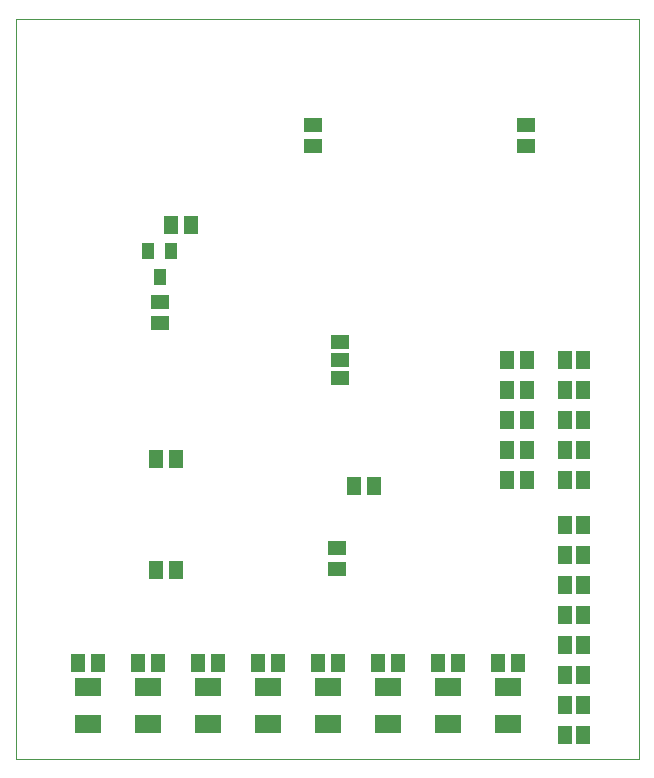
<source format=gtp>
G75*
%MOIN*%
%OFA0B0*%
%FSLAX25Y25*%
%IPPOS*%
%LPD*%
%AMOC8*
5,1,8,0,0,1.08239X$1,22.5*
%
%ADD10C,0.00000*%
%ADD11R,0.08661X0.05906*%
%ADD12R,0.05118X0.05906*%
%ADD13R,0.05906X0.05118*%
%ADD14R,0.06300X0.04600*%
%ADD15R,0.03937X0.05512*%
%ADD16R,0.04600X0.06300*%
D10*
X0077633Y0074700D02*
X0077633Y0321661D01*
X0285334Y0321661D01*
X0285334Y0074700D01*
X0077633Y0074700D01*
D11*
X0101633Y0086598D03*
X0101633Y0098802D03*
X0121633Y0098802D03*
X0121633Y0086598D03*
X0141633Y0086598D03*
X0141633Y0098802D03*
X0161633Y0098802D03*
X0161633Y0086598D03*
X0181633Y0086598D03*
X0181633Y0098802D03*
X0201633Y0098802D03*
X0201633Y0086598D03*
X0221633Y0086598D03*
X0221633Y0098802D03*
X0241633Y0098802D03*
X0241633Y0086598D03*
D12*
X0238287Y0106700D03*
X0244980Y0106700D03*
X0224980Y0106700D03*
X0218287Y0106700D03*
X0204980Y0106700D03*
X0198287Y0106700D03*
X0184980Y0106700D03*
X0178287Y0106700D03*
X0164980Y0106700D03*
X0158287Y0106700D03*
X0144980Y0106700D03*
X0138287Y0106700D03*
X0124980Y0106700D03*
X0118287Y0106700D03*
X0104980Y0106700D03*
X0098287Y0106700D03*
X0124287Y0137700D03*
X0130980Y0137700D03*
X0130980Y0174700D03*
X0124287Y0174700D03*
X0190287Y0165700D03*
X0196980Y0165700D03*
X0241287Y0167700D03*
X0247980Y0167700D03*
X0247980Y0177700D03*
X0241287Y0177700D03*
X0241287Y0187700D03*
X0247980Y0187700D03*
X0247980Y0197700D03*
X0241287Y0197700D03*
X0241287Y0207700D03*
X0247980Y0207700D03*
X0135980Y0252700D03*
X0129287Y0252700D03*
D13*
X0125633Y0227046D03*
X0125633Y0220354D03*
X0176633Y0279354D03*
X0176633Y0286046D03*
X0247633Y0286046D03*
X0247633Y0279354D03*
X0184633Y0145046D03*
X0184633Y0138354D03*
D14*
X0185633Y0201700D03*
X0185633Y0207700D03*
X0185633Y0213700D03*
D15*
X0129373Y0244031D03*
X0121893Y0244031D03*
X0125633Y0235369D03*
D16*
X0260633Y0207700D03*
X0266633Y0207700D03*
X0266633Y0197700D03*
X0260633Y0197700D03*
X0260633Y0187700D03*
X0266633Y0187700D03*
X0266633Y0177700D03*
X0260633Y0177700D03*
X0260633Y0167700D03*
X0266633Y0167700D03*
X0266633Y0152700D03*
X0260633Y0152700D03*
X0260633Y0142700D03*
X0266633Y0142700D03*
X0266633Y0132700D03*
X0260633Y0132700D03*
X0260633Y0122700D03*
X0266633Y0122700D03*
X0266633Y0112700D03*
X0260633Y0112700D03*
X0260633Y0102700D03*
X0266633Y0102700D03*
X0266633Y0092700D03*
X0260633Y0092700D03*
X0260633Y0082700D03*
X0266633Y0082700D03*
M02*

</source>
